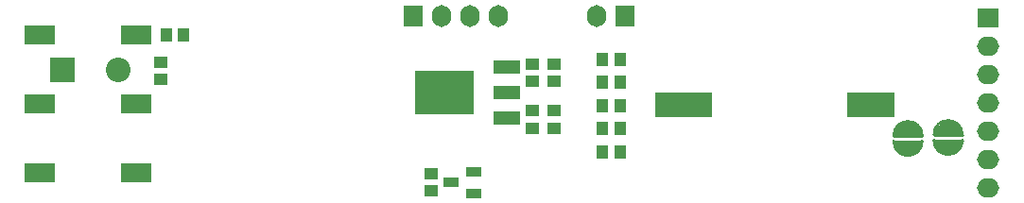
<source format=gbs>
G04*
G04 #@! TF.GenerationSoftware,Altium Limited,Altium Designer,19.0.4 (130)*
G04*
G04 Layer_Color=16711935*
%FSLAX44Y44*%
%MOMM*%
G71*
G01*
G75*
%ADD13C,0.2540*%
%ADD22R,1.1332X1.1832*%
%ADD23C,1.2032*%
%ADD27R,1.1832X1.1332*%
%ADD28R,1.7272X1.9812*%
%ADD29O,1.7272X1.9812*%
%ADD30O,1.9812X1.7272*%
%ADD31R,1.9812X1.7272*%
%ADD32C,2.2032*%
%ADD33R,2.2032X2.2032*%
%ADD50R,4.2032X2.2032*%
%ADD51R,5.2032X2.2032*%
%ADD52R,1.4532X0.9032*%
%ADD53R,2.4892X1.2192*%
%ADD54R,5.2832X4.0132*%
%ADD55R,2.7032X1.7032*%
G36*
X820700Y66460D02*
X795300Y66460D01*
X796570Y61380D01*
X802920Y55030D01*
X810540Y53760D01*
X815620Y56300D01*
X818160Y58840D01*
X820700Y63920D01*
Y66460D01*
D02*
G37*
G36*
Y71540D02*
X795300D01*
X796570Y76620D01*
X802920Y82970D01*
X810540Y84240D01*
X815620Y81700D01*
X818160Y79160D01*
X820700Y74080D01*
Y71540D01*
D02*
G37*
G36*
X856700Y67350D02*
X831300Y67350D01*
X832570Y62270D01*
X838920Y55920D01*
X846540Y54650D01*
X851620Y57190D01*
X854160Y59730D01*
X856700Y64810D01*
Y67350D01*
D02*
G37*
G36*
Y72430D02*
X831300D01*
X832570Y77510D01*
X838920Y83860D01*
X846540Y85130D01*
X851620Y82590D01*
X854160Y80050D01*
X856700Y74970D01*
Y72430D01*
D02*
G37*
D13*
X856700D02*
G03*
X831300Y72430I-12700J0D01*
G01*
Y67350D02*
G03*
X856700Y67350I12700J0D01*
G01*
X820700Y71540D02*
G03*
X795300Y71540I-12700J0D01*
G01*
Y66460D02*
G03*
X820700Y66460I12700J0D01*
G01*
X831300Y72430D02*
X856700D01*
X831300Y67350D02*
X856700Y67350D01*
X795300Y71540D02*
X820700D01*
X795300Y66460D02*
X820700Y66460D01*
D22*
X534600Y98500D02*
D03*
X550000Y98500D02*
D03*
X534600Y119250D02*
D03*
X550000Y119250D02*
D03*
X534600Y77750D02*
D03*
X550000D02*
D03*
X144000Y161440D02*
D03*
X159400D02*
D03*
X534600Y140000D02*
D03*
X550000Y140000D02*
D03*
X550000Y57000D02*
D03*
X534600Y57000D02*
D03*
D23*
X844000Y78780D02*
D03*
Y61000D02*
D03*
X808000Y77890D02*
D03*
Y60110D02*
D03*
D27*
X491000Y135700D02*
D03*
X491000Y120300D02*
D03*
X472000Y135700D02*
D03*
X472000Y120300D02*
D03*
Y78300D02*
D03*
X472000Y93700D02*
D03*
X491000Y78300D02*
D03*
Y93700D02*
D03*
X381000Y37700D02*
D03*
Y22300D02*
D03*
X139000Y137400D02*
D03*
Y122000D02*
D03*
D28*
X555000Y179000D02*
D03*
X364600D02*
D03*
D29*
X529600D02*
D03*
X440800D02*
D03*
X415400D02*
D03*
X390000D02*
D03*
D30*
X880000Y50400D02*
D03*
Y152000D02*
D03*
Y126600D02*
D03*
Y101200D02*
D03*
Y75800D02*
D03*
Y25000D02*
D03*
D31*
Y177400D02*
D03*
D32*
X101000Y130848D02*
D03*
D33*
X51000D02*
D03*
D50*
X774700Y99060D02*
D03*
D51*
X607060D02*
D03*
D52*
X399001Y29500D02*
D03*
X419000Y20000D02*
D03*
Y39000D02*
D03*
D53*
X448880Y87140D02*
D03*
X448880Y132860D02*
D03*
X448880Y110000D02*
D03*
D54*
X393000D02*
D03*
D55*
X116680Y38530D02*
D03*
X30320D02*
D03*
X116680Y100125D02*
D03*
X30320D02*
D03*
Y161720D02*
D03*
X116680D02*
D03*
M02*

</source>
